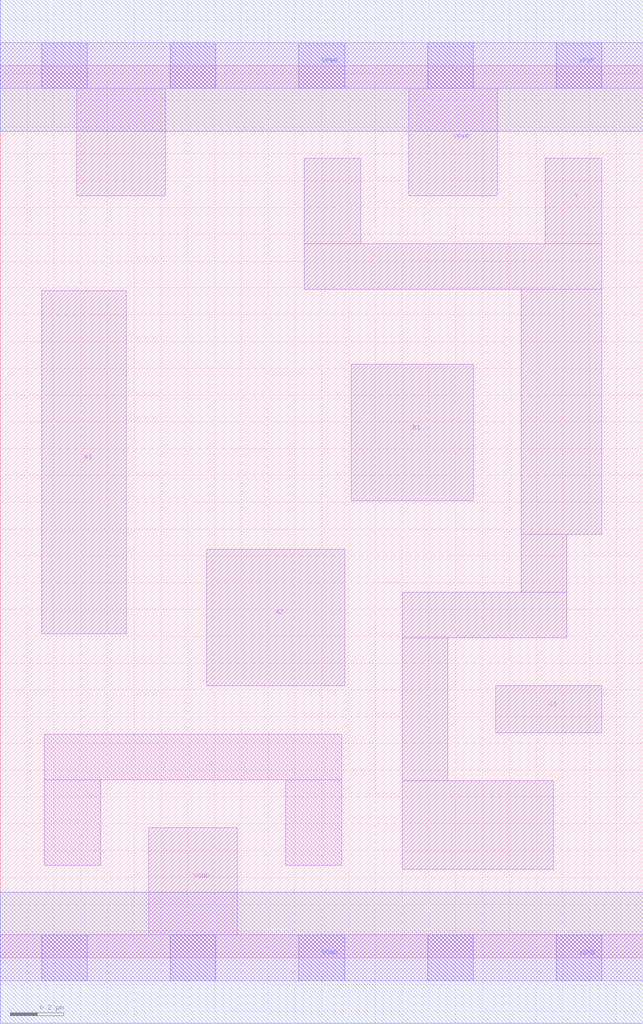
<source format=lef>
# Copyright 2020 The SkyWater PDK Authors
#
# Licensed under the Apache License, Version 2.0 (the "License");
# you may not use this file except in compliance with the License.
# You may obtain a copy of the License at
#
#     https://www.apache.org/licenses/LICENSE-2.0
#
# Unless required by applicable law or agreed to in writing, software
# distributed under the License is distributed on an "AS IS" BASIS,
# WITHOUT WARRANTIES OR CONDITIONS OF ANY KIND, either express or implied.
# See the License for the specific language governing permissions and
# limitations under the License.
#
# SPDX-License-Identifier: Apache-2.0

VERSION 5.7 ;
  NAMESCASESENSITIVE ON ;
  NOWIREEXTENSIONATPIN ON ;
  DIVIDERCHAR "/" ;
  BUSBITCHARS "[]" ;
UNITS
  DATABASE MICRONS 200 ;
END UNITS
MACRO sky130_fd_sc_lp__o211ai_m
  CLASS CORE ;
  SOURCE USER ;
  FOREIGN sky130_fd_sc_lp__o211ai_m ;
  ORIGIN  0.000000  0.000000 ;
  SIZE  2.400000 BY  3.330000 ;
  SYMMETRY X Y R90 ;
  SITE unit ;
  PIN A1
    ANTENNAGATEAREA  0.126000 ;
    DIRECTION INPUT ;
    USE SIGNAL ;
    PORT
      LAYER li1 ;
        RECT 0.155000 1.210000 0.470000 2.490000 ;
    END
  END A1
  PIN A2
    ANTENNAGATEAREA  0.126000 ;
    DIRECTION INPUT ;
    USE SIGNAL ;
    PORT
      LAYER li1 ;
        RECT 0.770000 1.015000 1.285000 1.525000 ;
    END
  END A2
  PIN B1
    ANTENNAGATEAREA  0.126000 ;
    DIRECTION INPUT ;
    USE SIGNAL ;
    PORT
      LAYER li1 ;
        RECT 1.310000 1.705000 1.765000 2.215000 ;
    END
  END B1
  PIN C1
    ANTENNAGATEAREA  0.126000 ;
    DIRECTION INPUT ;
    USE SIGNAL ;
    PORT
      LAYER li1 ;
        RECT 1.850000 0.840000 2.245000 1.015000 ;
    END
  END C1
  PIN Y
    ANTENNADIFFAREA  0.340200 ;
    DIRECTION OUTPUT ;
    USE SIGNAL ;
    PORT
      LAYER li1 ;
        RECT 1.135000 2.495000 2.245000 2.665000 ;
        RECT 1.135000 2.665000 1.345000 2.985000 ;
        RECT 1.500000 0.330000 2.065000 0.660000 ;
        RECT 1.500000 0.660000 1.670000 1.195000 ;
        RECT 1.500000 1.195000 2.115000 1.365000 ;
        RECT 1.945000 1.365000 2.115000 1.580000 ;
        RECT 1.945000 1.580000 2.245000 2.495000 ;
        RECT 2.035000 2.665000 2.245000 2.985000 ;
    END
  END Y
  PIN VGND
    DIRECTION INOUT ;
    USE GROUND ;
    PORT
      LAYER li1 ;
        RECT 0.000000 -0.085000 2.400000 0.085000 ;
        RECT 0.555000  0.085000 0.885000 0.485000 ;
      LAYER mcon ;
        RECT 0.155000 -0.085000 0.325000 0.085000 ;
        RECT 0.635000 -0.085000 0.805000 0.085000 ;
        RECT 1.115000 -0.085000 1.285000 0.085000 ;
        RECT 1.595000 -0.085000 1.765000 0.085000 ;
        RECT 2.075000 -0.085000 2.245000 0.085000 ;
      LAYER met1 ;
        RECT 0.000000 -0.245000 2.400000 0.245000 ;
    END
  END VGND
  PIN VPWR
    DIRECTION INOUT ;
    USE POWER ;
    PORT
      LAYER li1 ;
        RECT 0.000000 3.245000 2.400000 3.415000 ;
        RECT 0.285000 2.845000 0.615000 3.245000 ;
        RECT 1.525000 2.845000 1.855000 3.245000 ;
      LAYER mcon ;
        RECT 0.155000 3.245000 0.325000 3.415000 ;
        RECT 0.635000 3.245000 0.805000 3.415000 ;
        RECT 1.115000 3.245000 1.285000 3.415000 ;
        RECT 1.595000 3.245000 1.765000 3.415000 ;
        RECT 2.075000 3.245000 2.245000 3.415000 ;
      LAYER met1 ;
        RECT 0.000000 3.085000 2.400000 3.575000 ;
    END
  END VPWR
  OBS
    LAYER li1 ;
      RECT 0.165000 0.345000 0.375000 0.665000 ;
      RECT 0.165000 0.665000 1.275000 0.835000 ;
      RECT 1.065000 0.345000 1.275000 0.665000 ;
  END
END sky130_fd_sc_lp__o211ai_m

</source>
